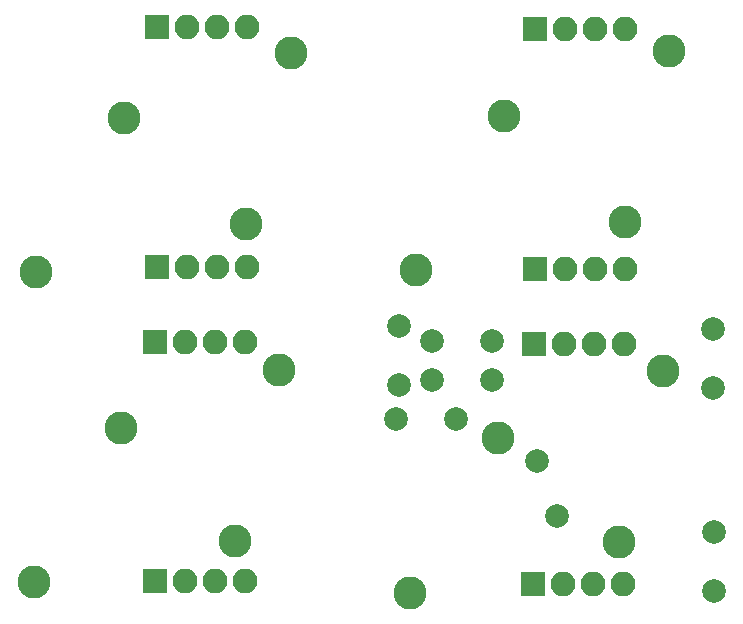
<source format=gbr>
%TF.GenerationSoftware,KiCad,Pcbnew,(6.0.11)*%
%TF.CreationDate,2023-08-20T10:05:32-05:00*%
%TF.ProjectId,SerialResonantFilter,53657269-616c-4526-9573-6f6e616e7446,rev?*%
%TF.SameCoordinates,Original*%
%TF.FileFunction,Soldermask,Bot*%
%TF.FilePolarity,Negative*%
%FSLAX46Y46*%
G04 Gerber Fmt 4.6, Leading zero omitted, Abs format (unit mm)*
G04 Created by KiCad (PCBNEW (6.0.11)) date 2023-08-20 10:05:32*
%MOMM*%
%LPD*%
G01*
G04 APERTURE LIST*
G04 Aperture macros list*
%AMRoundRect*
0 Rectangle with rounded corners*
0 $1 Rounding radius*
0 $2 $3 $4 $5 $6 $7 $8 $9 X,Y pos of 4 corners*
0 Add a 4 corners polygon primitive as box body*
4,1,4,$2,$3,$4,$5,$6,$7,$8,$9,$2,$3,0*
0 Add four circle primitives for the rounded corners*
1,1,$1+$1,$2,$3*
1,1,$1+$1,$4,$5*
1,1,$1+$1,$6,$7*
1,1,$1+$1,$8,$9*
0 Add four rect primitives between the rounded corners*
20,1,$1+$1,$2,$3,$4,$5,0*
20,1,$1+$1,$4,$5,$6,$7,0*
20,1,$1+$1,$6,$7,$8,$9,0*
20,1,$1+$1,$8,$9,$2,$3,0*%
G04 Aperture macros list end*
%ADD10C,2.800000*%
%ADD11RoundRect,0.200000X0.850000X-0.850000X0.850000X0.850000X-0.850000X0.850000X-0.850000X-0.850000X0*%
%ADD12O,2.100000X2.100000*%
%ADD13C,2.000000*%
G04 APERTURE END LIST*
D10*
%TO.C,L2*%
X141741938Y-44934039D03*
X137987810Y-59446913D03*
%TD*%
%TO.C,L3*%
X127593338Y-50459705D03*
X120210921Y-63506425D03*
%TD*%
D11*
%TO.C,J1*%
X130461338Y-63054587D03*
D12*
X133001338Y-63054587D03*
X135541338Y-63054587D03*
X138081338Y-63054587D03*
%TD*%
D11*
%TO.C,J2*%
X130461338Y-42734587D03*
D12*
X133001338Y-42734587D03*
X135541338Y-42734587D03*
X138081338Y-42734587D03*
%TD*%
D11*
%TO.C,J5*%
X130290838Y-69404587D03*
D12*
X132830838Y-69404587D03*
X135370838Y-69404587D03*
X137910838Y-69404587D03*
%TD*%
D13*
%TO.C,C26*%
X162560000Y-79467837D03*
X164270101Y-84166300D03*
%TD*%
%TO.C,C22*%
X177476000Y-68351837D03*
X177476000Y-73351837D03*
%TD*%
D10*
%TO.C,L8*%
X159258000Y-77603542D03*
X151875583Y-90650262D03*
%TD*%
%TO.C,L5*%
X140774128Y-71789876D03*
X137020000Y-86302750D03*
%TD*%
%TO.C,L7*%
X173266790Y-71847126D03*
X169512662Y-86360000D03*
%TD*%
D11*
%TO.C,J6*%
X130290838Y-89699587D03*
D12*
X132830838Y-89699587D03*
X135370838Y-89699587D03*
X137910838Y-89699587D03*
%TD*%
D11*
%TO.C,J3*%
X162394338Y-42940424D03*
D12*
X164934338Y-42940424D03*
X167474338Y-42940424D03*
X170014338Y-42940424D03*
%TD*%
D10*
%TO.C,L1*%
X173791938Y-44783876D03*
X170037810Y-59296750D03*
%TD*%
D13*
%TO.C,C24*%
X158750000Y-69307837D03*
X153750000Y-69307837D03*
%TD*%
%TO.C,C25*%
X150876000Y-68077837D03*
X150876000Y-73077837D03*
%TD*%
D10*
%TO.C,L4*%
X159764338Y-50274917D03*
X152381921Y-63321637D03*
%TD*%
D11*
%TO.C,J4*%
X162394338Y-63285424D03*
D12*
X164934338Y-63285424D03*
X167474338Y-63285424D03*
X170014338Y-63285424D03*
%TD*%
D11*
%TO.C,J7*%
X162306000Y-69561837D03*
D12*
X164846000Y-69561837D03*
X167386000Y-69561837D03*
X169926000Y-69561837D03*
%TD*%
D13*
%TO.C,C27*%
X155702000Y-75911837D03*
X150702000Y-75911837D03*
%TD*%
%TO.C,C23*%
X158750000Y-72609837D03*
X153750000Y-72609837D03*
%TD*%
%TO.C,C28*%
X177556000Y-85491837D03*
X177556000Y-90491837D03*
%TD*%
D11*
%TO.C,J8*%
X162296000Y-89906837D03*
D12*
X164836000Y-89906837D03*
X167376000Y-89906837D03*
X169916000Y-89906837D03*
%TD*%
D10*
%TO.C,L6*%
X127413338Y-76684292D03*
X120030921Y-89731012D03*
%TD*%
M02*

</source>
